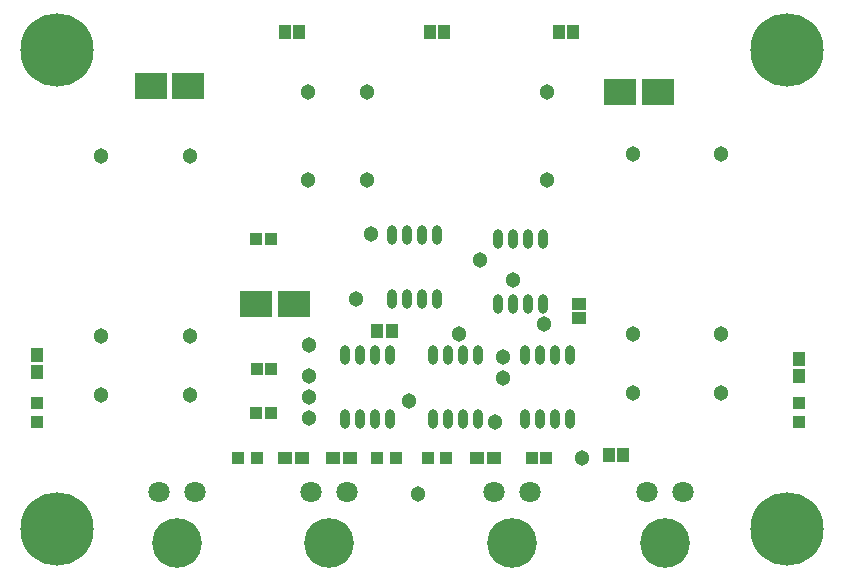
<source format=gts>
G04*
G04 #@! TF.GenerationSoftware,Altium Limited,Altium Designer,18.1.9 (240)*
G04*
G04 Layer_Color=8388736*
%FSLAX25Y25*%
%MOIN*%
G70*
G01*
G75*
%ADD27R,0.03950X0.04343*%
%ADD28O,0.03162X0.06509*%
%ADD29R,0.10642X0.09068*%
%ADD30R,0.03950X0.04540*%
%ADD31R,0.04540X0.03950*%
%ADD32R,0.04343X0.04540*%
%ADD33R,0.04540X0.04343*%
%ADD34R,0.03950X0.03950*%
%ADD35R,0.03950X0.03950*%
%ADD36C,0.05131*%
%ADD37C,0.24422*%
%ADD38C,0.07099*%
%ADD39C,0.16548*%
D27*
X185433Y150591D02*
D03*
X180709D02*
D03*
X185236Y193898D02*
D03*
X180512D02*
D03*
X185236Y135827D02*
D03*
X180512D02*
D03*
X272244Y120866D02*
D03*
X276969D02*
D03*
D28*
X225020Y155413D02*
D03*
X220020D02*
D03*
X215020D02*
D03*
X210020D02*
D03*
X225020Y133957D02*
D03*
X220020D02*
D03*
X215020D02*
D03*
X210020D02*
D03*
X285059Y155413D02*
D03*
X280059D02*
D03*
X275059D02*
D03*
X270059D02*
D03*
X285059Y133957D02*
D03*
X280059D02*
D03*
X275059D02*
D03*
X270059D02*
D03*
X276201Y193799D02*
D03*
X271201D02*
D03*
X266201D02*
D03*
X261201D02*
D03*
X276201Y172343D02*
D03*
X271201D02*
D03*
X266201D02*
D03*
X261201D02*
D03*
X240571Y195374D02*
D03*
X235571D02*
D03*
X230571D02*
D03*
X225571D02*
D03*
X240571Y173917D02*
D03*
X235571D02*
D03*
X230571D02*
D03*
X225571D02*
D03*
X254547Y155413D02*
D03*
X249547D02*
D03*
X244547D02*
D03*
X239547D02*
D03*
X254547Y133957D02*
D03*
X249547D02*
D03*
X244547D02*
D03*
X239547D02*
D03*
D29*
X193110Y172244D02*
D03*
X180512D02*
D03*
X157874Y244882D02*
D03*
X145276D02*
D03*
X314370Y243110D02*
D03*
X301772D02*
D03*
D30*
X190157Y262795D02*
D03*
X194882D02*
D03*
X238405Y262835D02*
D03*
X243130D02*
D03*
X281417D02*
D03*
X286142D02*
D03*
X298031Y122047D02*
D03*
X302756D02*
D03*
X220847Y163386D02*
D03*
X225571D02*
D03*
D31*
X288189Y172441D02*
D03*
Y167717D02*
D03*
D32*
X107283Y149705D02*
D03*
Y155413D02*
D03*
X361417Y148327D02*
D03*
Y154035D02*
D03*
D33*
X195768Y120866D02*
D03*
X190059D02*
D03*
X259744Y120866D02*
D03*
X254035D02*
D03*
X205906D02*
D03*
X211614D02*
D03*
D34*
X361417Y133071D02*
D03*
Y139370D02*
D03*
X107283D02*
D03*
Y133071D02*
D03*
D35*
X243878Y120866D02*
D03*
X237579D02*
D03*
X180709Y120866D02*
D03*
X174409D02*
D03*
X227146Y120866D02*
D03*
X220847D02*
D03*
D36*
X128740Y221654D02*
D03*
X158268D02*
D03*
Y161614D02*
D03*
Y141929D02*
D03*
X128740D02*
D03*
Y161614D02*
D03*
X305906Y162402D02*
D03*
Y142717D02*
D03*
X335433D02*
D03*
Y162402D02*
D03*
Y222441D02*
D03*
X305906D02*
D03*
X277559Y243110D02*
D03*
Y213583D02*
D03*
X217520D02*
D03*
X197835D02*
D03*
Y243110D02*
D03*
X217520D02*
D03*
X262795Y147638D02*
D03*
Y154528D02*
D03*
X266201Y180315D02*
D03*
X248031Y162402D02*
D03*
X260216Y133071D02*
D03*
X254921Y187008D02*
D03*
X276378Y165748D02*
D03*
X218898Y195669D02*
D03*
X198031Y134252D02*
D03*
Y148425D02*
D03*
Y141339D02*
D03*
Y158661D02*
D03*
X213779Y173917D02*
D03*
X234252Y109028D02*
D03*
X231299Y139807D02*
D03*
X289173Y120866D02*
D03*
D37*
X113976Y97441D02*
D03*
Y256890D02*
D03*
X357283D02*
D03*
Y97441D02*
D03*
D38*
X210630Y109528D02*
D03*
X198819D02*
D03*
X160039D02*
D03*
X148228D02*
D03*
X271654D02*
D03*
X259842D02*
D03*
X322638D02*
D03*
X310827D02*
D03*
D39*
X204724Y92520D02*
D03*
X154134D02*
D03*
X265748D02*
D03*
X316732D02*
D03*
M02*

</source>
